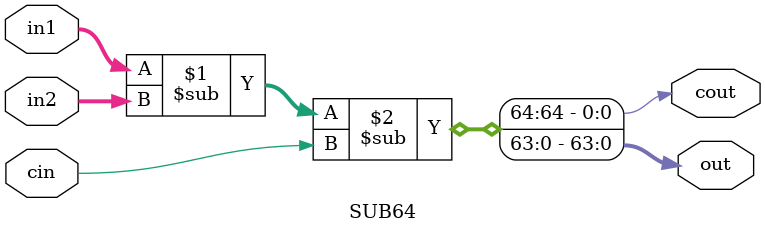
<source format=v>
module SUB64 #(parameter SIZE = 64)(input [SIZE-1:0] in1, in2, 
    input cin, output [SIZE-1:0] out, output cout);
assign {cout, out} = in1 - in2 - cin;
endmodule
</source>
